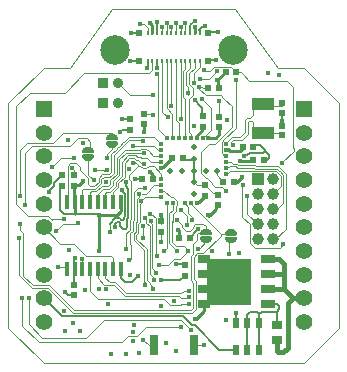
<source format=gbl>
G04*
G04 #@! TF.GenerationSoftware,Altium Limited,Altium NEXUS,2.0.14 (187)*
G04*
G04 Layer_Physical_Order=4*
G04 Layer_Color=16711680*
%FSLAX25Y25*%
%MOIN*%
G70*
G01*
G75*
%ADD11C,0.00591*%
%ADD12C,0.00394*%
%ADD13C,0.00787*%
%ADD14C,0.00000*%
%ADD31R,0.02441X0.02441*%
%ADD32R,0.02441X0.02441*%
%ADD34R,0.02165X0.02165*%
%ADD47O,0.04429X0.00886*%
%ADD48O,0.04378X0.00984*%
%ADD49O,0.04476X0.00787*%
%ADD50O,0.04323X0.01083*%
%ADD51O,0.04260X0.01181*%
%ADD52O,0.02992X0.01968*%
%ADD53O,0.04185X0.01280*%
%ADD54O,0.04095X0.01378*%
%ADD55O,0.03988X0.01476*%
%ADD56O,0.03862X0.01575*%
%ADD57O,0.03713X0.01673*%
%ADD58O,0.03532X0.01772*%
%ADD59O,0.03406X0.01831*%
%ADD60O,0.03307X0.01870*%
%ADD61O,0.03150X0.01929*%
%ADD62O,0.02480X0.02047*%
%ADD63O,0.02795X0.02008*%
%ADD64C,0.02067*%
%ADD79C,0.00492*%
%ADD80C,0.01000*%
%ADD82C,0.01968*%
%ADD83C,0.03937*%
%ADD84R,0.03937X0.03937*%
%ADD85R,0.03543X0.03543*%
%ADD86C,0.03543*%
%ADD87R,0.05512X0.05512*%
%ADD88C,0.05512*%
%ADD89C,0.09843*%
%ADD90C,0.01575*%
%ADD91C,0.01575*%
%ADD103R,0.04016X0.02598*%
%ADD104R,0.05000X0.02598*%
%ADD105R,0.02047X0.02047*%
%ADD106R,0.07480X0.04331*%
%ADD107R,0.01968X0.01850*%
%ADD108R,0.00945X0.01772*%
%ADD109R,0.02362X0.03740*%
%ADD110R,0.03740X0.03150*%
%ADD111R,0.03150X0.06693*%
G04:AMPARAMS|DCode=112|XSize=15.75mil|YSize=47.24mil|CornerRadius=1.97mil|HoleSize=0mil|Usage=FLASHONLY|Rotation=180.000|XOffset=0mil|YOffset=0mil|HoleType=Round|Shape=RoundedRectangle|*
%AMROUNDEDRECTD112*
21,1,0.01575,0.04331,0,0,180.0*
21,1,0.01181,0.04724,0,0,180.0*
1,1,0.00394,-0.00591,0.02165*
1,1,0.00394,0.00591,0.02165*
1,1,0.00394,0.00591,-0.02165*
1,1,0.00394,-0.00591,-0.02165*
%
%ADD112ROUNDEDRECTD112*%
%ADD113R,0.15000X0.15394*%
D11*
X91338Y67323D02*
Y71653D01*
X91339Y71653D01*
X91338Y67323D02*
X91339Y67323D01*
X40039Y36474D02*
Y46338D01*
X37894Y45643D02*
X38976Y44560D01*
Y37082D02*
Y44560D01*
X38551Y36656D02*
X38976Y37082D01*
X39212Y47165D02*
X40039Y46338D01*
X39732Y36167D02*
X40039Y36474D01*
X39732Y33630D02*
Y36167D01*
X38551Y36346D02*
Y36656D01*
X38268Y36063D02*
X38551Y36346D01*
X37655Y36063D02*
X38268D01*
X37280Y36437D02*
X37655Y36063D01*
X35672Y36437D02*
X37280D01*
X22047Y14370D02*
Y23124D01*
X33861Y34626D02*
X35672Y36437D01*
X39212Y48425D02*
X39566Y48779D01*
X39212Y47165D02*
Y48425D01*
X39075Y32972D02*
X39732Y33630D01*
X37244Y33917D02*
Y34803D01*
Y33917D02*
X38189Y32972D01*
X39075D01*
X36161Y35256D02*
X36791D01*
X37244Y34803D01*
X35531Y34626D02*
X36161Y35256D01*
X35531Y33444D02*
Y34626D01*
X40668Y88893D02*
X43381D01*
X66732Y98189D02*
X66969Y98425D01*
X69882D01*
X22047Y23124D02*
X22163Y23240D01*
D12*
X74101Y55315D02*
X74889Y54528D01*
X76634Y54094D02*
X82318D01*
X73756Y52077D02*
X89269D01*
X73862Y53740D02*
X75875D01*
X76307Y53307D02*
X81992D01*
X72961Y51282D02*
X73756Y52077D01*
X72641Y51282D02*
X72961D01*
X73694Y53572D02*
X73862Y53740D01*
X72864Y53572D02*
X73694D01*
X72638Y53347D02*
X72864Y53572D01*
X75875Y53740D02*
X76307Y53307D01*
X76201Y54528D02*
X76634Y54094D01*
X74889Y54528D02*
X76201D01*
X81992Y53307D02*
X82336Y52963D01*
X82318Y54094D02*
X82564Y53848D01*
X87427D01*
X82336Y52963D02*
X89636D01*
X72638Y55315D02*
X74101D01*
X89636Y52963D02*
X90367Y52232D01*
X89269Y52077D02*
X90551Y50795D01*
X90072Y53865D02*
X92569Y51368D01*
X90453Y52232D02*
X91683Y51002D01*
X90367Y52232D02*
X90453D01*
X90551Y50832D02*
X90797Y50586D01*
X90551Y50795D02*
Y50832D01*
X89016Y29469D02*
X92569Y33022D01*
X89646Y39469D02*
X91683Y41505D01*
Y51002D01*
X88189Y29469D02*
X89016D01*
X88189Y44469D02*
X90797Y47077D01*
Y50586D01*
X88189Y39469D02*
X89646D01*
X87427Y53848D02*
X87443Y53865D01*
X90072D01*
X92569Y33022D02*
Y51368D01*
D13*
X78541Y57282D02*
X78740Y57480D01*
X59040Y55899D02*
X61811D01*
X81693Y61024D02*
X83760D01*
X66732Y89075D02*
X69095D01*
X62992Y32564D02*
Y33071D01*
X46457Y87402D02*
Y89035D01*
X43386Y98130D02*
X43504Y98248D01*
X13287Y45276D02*
X15354Y47343D01*
X61811Y52362D02*
Y55899D01*
Y48622D02*
Y52362D01*
X58213Y56726D02*
X59040Y55899D01*
X40314Y53031D02*
X40314D01*
X37894Y45944D02*
Y45965D01*
Y45643D02*
Y45944D01*
X78740Y57480D02*
X79713D01*
X17094Y46523D02*
X17913Y47343D01*
X17094Y39303D02*
Y46523D01*
Y39303D02*
X18504Y37894D01*
X13287Y45276D02*
X13581D01*
X15354Y47343D02*
Y48338D01*
X17902Y50886D01*
X17913D01*
X22244Y37894D02*
X29941D01*
X18504D02*
X22244D01*
X29941D02*
X30118Y37716D01*
X57284Y15748D02*
X58760Y17224D01*
X50984Y15748D02*
X57284D01*
X58260Y21268D02*
X58760Y20768D01*
X55937Y21268D02*
X58260D01*
X11811Y9843D02*
X17795Y3858D01*
X19295Y3839D02*
X19315Y3858D01*
X17909Y3839D02*
X19295D01*
X17890Y3858D02*
X17909Y3839D01*
X17795Y3858D02*
X17890D01*
X19882Y10827D02*
X22047D01*
X18779Y11929D02*
X19882Y10827D01*
X60433Y30005D02*
X62992Y32564D01*
X85630Y59051D02*
X87008Y57673D01*
Y56693D02*
Y57673D01*
X86221Y55905D02*
X87008Y56693D01*
X85532Y55905D02*
X86221D01*
X79713Y57480D02*
X80501Y58268D01*
X84847D01*
X85630Y59051D01*
X37500Y16713D02*
X39055Y15157D01*
X83465Y-7382D02*
Y1476D01*
X79724Y-7382D02*
Y1476D01*
X86693Y7894D02*
X89705D01*
X90295Y7303D01*
Y6122D02*
Y7303D01*
X89488Y5315D02*
X90295Y6122D01*
X83661Y4567D02*
X84409Y5315D01*
X83465Y4567D02*
X83661D01*
X82874Y5158D02*
X83465Y4567D01*
X80630Y5158D02*
X82874D01*
X79724Y4252D02*
X80630Y5158D01*
X83465Y1476D02*
Y4567D01*
X79724Y1476D02*
Y4252D01*
X44371Y49724D02*
X44587Y49508D01*
X85630Y59051D02*
Y59153D01*
X83760Y61024D02*
X85630Y59153D01*
X40846Y98130D02*
X43386D01*
X41299Y15157D02*
X43347Y17205D01*
X39055Y15157D02*
X41299D01*
X75984Y1476D02*
Y5039D01*
X49606Y86648D02*
Y88779D01*
Y86648D02*
X49625Y86629D01*
X64980Y100508D02*
X65472D01*
X66000D01*
X49606Y98287D02*
Y99405D01*
X49508Y99504D02*
X49606Y99405D01*
X49508Y99504D02*
Y100890D01*
X49606Y100988D01*
Y101870D01*
X63779Y98287D02*
Y99213D01*
X63732Y99260D02*
X63779Y99213D01*
X63732Y99260D02*
X64980Y100508D01*
X60630Y98287D02*
Y99307D01*
X60532Y99405D02*
X60630Y99307D01*
X60532Y99405D02*
Y100792D01*
X62102Y102362D01*
X62204D01*
X89370Y5315D02*
X89646Y5039D01*
Y984D02*
Y5039D01*
X84409Y5315D02*
X89370D01*
X89488D01*
X62224Y75764D02*
Y75999D01*
Y75764D02*
X63972Y74016D01*
X64665Y71358D02*
X64961Y71063D01*
X63972Y74016D02*
X63976D01*
X64665Y73327D01*
Y71358D02*
Y73327D01*
X42243Y49724D02*
X44371D01*
X37500Y16713D02*
Y19587D01*
X60433Y29921D02*
Y30005D01*
X37795Y65945D02*
X40551D01*
X37205Y65354D02*
X37795Y65945D01*
X37992Y69488D02*
X40551D01*
X37795Y69685D02*
X37992Y69488D01*
X19315Y3858D02*
X58245D01*
X61218Y886D01*
X62106D01*
X70374Y-7382D01*
X75984D01*
D14*
X34589Y106299D02*
X75500D01*
X89854Y86614D01*
X98425Y86614D01*
X110236Y74803D01*
Y0D02*
Y74803D01*
X98425Y-11811D02*
X110236Y0D01*
X11811Y-11811D02*
X98425Y-11811D01*
X0Y0D02*
X11811Y-11811D01*
X0Y0D02*
Y74803D01*
X11811Y86614D01*
X20529D01*
X34589Y106299D01*
D31*
X21949Y47244D02*
D03*
Y50787D02*
D03*
X58760Y17224D02*
D03*
Y20768D02*
D03*
X65650Y47441D02*
D03*
Y43898D02*
D03*
X45197Y71339D02*
D03*
Y67795D02*
D03*
X69951Y44390D02*
D03*
Y40846D02*
D03*
X50984Y31890D02*
D03*
Y35433D02*
D03*
X70374Y70374D02*
D03*
Y66831D02*
D03*
X64764Y70571D02*
D03*
Y67028D02*
D03*
X17913Y50886D02*
D03*
Y47343D02*
D03*
X22047Y14370D02*
D03*
Y10827D02*
D03*
X40551Y65945D02*
D03*
Y69488D02*
D03*
D32*
X81693Y60236D02*
D03*
X78150D02*
D03*
X85236Y55905D02*
D03*
X81693D02*
D03*
X44587Y49508D02*
D03*
X48130D02*
D03*
X71653Y48720D02*
D03*
X75197D02*
D03*
X58213Y56726D02*
D03*
X54669D02*
D03*
X56890Y29921D02*
D03*
X60433D02*
D03*
D34*
X66693Y79803D02*
D03*
X70236D02*
D03*
X75984Y85236D02*
D03*
X72441D02*
D03*
D47*
X26496Y57234D02*
D03*
Y58711D02*
D03*
X74114Y29774D02*
D03*
Y31250D02*
D03*
X34606Y61565D02*
D03*
Y63041D02*
D03*
X65945Y29872D02*
D03*
Y31348D02*
D03*
D48*
X26496Y57185D02*
D03*
Y58760D02*
D03*
X74114Y29724D02*
D03*
Y31299D02*
D03*
X34606Y61516D02*
D03*
Y63091D02*
D03*
X65945Y29823D02*
D03*
Y31398D02*
D03*
D49*
X26496Y57284D02*
D03*
Y58661D02*
D03*
X74114Y29823D02*
D03*
Y31201D02*
D03*
X34606Y61614D02*
D03*
Y62992D02*
D03*
X65945Y29921D02*
D03*
Y31299D02*
D03*
D50*
X26496Y57136D02*
D03*
Y58809D02*
D03*
X74114Y29675D02*
D03*
Y31348D02*
D03*
X34606Y61466D02*
D03*
Y63140D02*
D03*
X65945Y29774D02*
D03*
Y31447D02*
D03*
D51*
X26496Y57087D02*
D03*
Y58858D02*
D03*
X74114Y29626D02*
D03*
Y31398D02*
D03*
X34606Y61417D02*
D03*
Y63189D02*
D03*
X65945Y29724D02*
D03*
Y31496D02*
D03*
D52*
X26496Y56693D02*
D03*
Y59252D02*
D03*
X74114Y29232D02*
D03*
Y31791D02*
D03*
X34606Y61024D02*
D03*
Y63583D02*
D03*
X65945Y29331D02*
D03*
Y31890D02*
D03*
D53*
X26496Y57037D02*
D03*
Y58908D02*
D03*
X74114Y29577D02*
D03*
Y31447D02*
D03*
X34606Y61368D02*
D03*
Y63238D02*
D03*
X65945Y29675D02*
D03*
Y31545D02*
D03*
D54*
X26496Y56988D02*
D03*
Y58957D02*
D03*
X74114Y29528D02*
D03*
Y31496D02*
D03*
X34606Y61319D02*
D03*
Y63287D02*
D03*
X65945Y29626D02*
D03*
Y31594D02*
D03*
D55*
X26496Y56939D02*
D03*
Y59006D02*
D03*
X74114Y29478D02*
D03*
Y31545D02*
D03*
X34606Y61270D02*
D03*
Y63337D02*
D03*
X65945Y29577D02*
D03*
Y31644D02*
D03*
D56*
X26496Y56890D02*
D03*
Y59055D02*
D03*
X74114Y29429D02*
D03*
Y31594D02*
D03*
X34606Y61221D02*
D03*
Y63386D02*
D03*
X65945Y29528D02*
D03*
Y31693D02*
D03*
D57*
X26496Y56841D02*
D03*
Y59104D02*
D03*
X74114Y29380D02*
D03*
Y31644D02*
D03*
X34606Y61171D02*
D03*
Y63435D02*
D03*
X65945Y29478D02*
D03*
Y31742D02*
D03*
D58*
X26496Y56791D02*
D03*
Y59153D02*
D03*
X74114Y29331D02*
D03*
Y31693D02*
D03*
X34606Y61122D02*
D03*
Y63484D02*
D03*
X65945Y29429D02*
D03*
Y31791D02*
D03*
D59*
X26496Y56762D02*
D03*
Y59183D02*
D03*
X74114Y29301D02*
D03*
Y31722D02*
D03*
X34606Y61093D02*
D03*
Y63514D02*
D03*
X65945Y29400D02*
D03*
Y31821D02*
D03*
D60*
X26496Y56742D02*
D03*
Y59203D02*
D03*
X74114Y29281D02*
D03*
Y31742D02*
D03*
X34606Y61073D02*
D03*
Y63534D02*
D03*
X65945Y29380D02*
D03*
Y31841D02*
D03*
D61*
X26496Y56713D02*
D03*
Y59232D02*
D03*
X74114Y29252D02*
D03*
Y31772D02*
D03*
X34606Y61043D02*
D03*
Y63563D02*
D03*
X65945Y29350D02*
D03*
Y31870D02*
D03*
D62*
X26496Y56653D02*
D03*
Y59291D02*
D03*
X74114Y29193D02*
D03*
Y31831D02*
D03*
X34606Y60984D02*
D03*
Y63622D02*
D03*
X65945Y29291D02*
D03*
Y31929D02*
D03*
D63*
X26496Y56673D02*
D03*
Y59272D02*
D03*
X74114Y29213D02*
D03*
Y31811D02*
D03*
X34606Y61004D02*
D03*
Y63602D02*
D03*
X65945Y29311D02*
D03*
Y31909D02*
D03*
D64*
X26496Y56644D02*
D03*
Y59301D02*
D03*
X74114Y29183D02*
D03*
Y31841D02*
D03*
X34606Y60974D02*
D03*
Y63632D02*
D03*
X65945Y29281D02*
D03*
Y31939D02*
D03*
D79*
Y28804D02*
Y29281D01*
X63432Y26291D02*
X65945Y28804D01*
X27500Y59961D02*
X27795Y59665D01*
X27451Y60010D02*
X27500Y59961D01*
X27402Y60059D02*
X27451Y60010D01*
X70817Y31348D02*
X74114D01*
X64952Y24803D02*
X70817Y30668D01*
X62973Y24803D02*
X64952D01*
X61811Y23641D02*
X62973Y24803D01*
X85236Y64961D02*
X91339D01*
X85039Y64764D02*
X85236Y64961D01*
X81600Y66486D02*
X83322Y64764D01*
X85039D01*
X81600Y66486D02*
Y68609D01*
X81311Y68898D02*
X81600Y68609D01*
X80315Y68898D02*
X81311D01*
X79921Y68504D02*
X80315Y68898D01*
X79921Y64567D02*
Y68504D01*
X77953Y62598D02*
X79921Y64567D01*
X74803Y62598D02*
X77953D01*
X74216Y62011D02*
X74803Y62598D01*
X74216Y61811D02*
Y62011D01*
Y61811D02*
X74803Y61224D01*
Y61024D02*
Y61224D01*
X81642Y72587D02*
Y72687D01*
X83561Y74606D01*
X85039D01*
X81545Y72490D02*
X81642Y72587D01*
X81545Y70963D02*
Y72490D01*
X80464Y69882D02*
X81545Y70963D01*
X79724Y69882D02*
X80464D01*
X78937Y69095D02*
X79724Y69882D01*
X78937Y65158D02*
Y69095D01*
X77264Y63484D02*
X78937Y65158D01*
X74436Y63484D02*
X77264D01*
X73330Y62378D02*
X74436Y63484D01*
X73330Y62103D02*
Y62378D01*
X72684Y61456D02*
X73330Y62103D01*
X72543Y61315D02*
X72684Y61456D01*
X85328Y74016D02*
Y74318D01*
X85039Y74606D02*
X85328Y74318D01*
Y74016D02*
X91339D01*
X71116Y60724D02*
Y61906D01*
X71952Y62743D01*
X72003D01*
X75984Y66724D01*
X68836Y61319D02*
X74410Y66892D01*
X71161Y58169D02*
Y60678D01*
X71116Y60724D02*
X71161Y60678D01*
Y58169D02*
X72047Y57284D01*
X72638D01*
X47401Y38267D02*
X47647Y38021D01*
X43631Y43503D02*
Y44694D01*
X42872Y42744D02*
X43631Y43503D01*
X42872Y41758D02*
Y42744D01*
X42863Y41750D02*
X42872Y41758D01*
X44299Y42152D02*
Y42292D01*
Y42152D02*
Y42300D01*
X45346Y43347D01*
X44299Y42300D02*
X44517Y42518D01*
X69634Y50740D02*
Y52362D01*
Y50740D02*
X71653Y48720D01*
X65650Y47441D02*
X68281Y44810D01*
X69532D01*
X69951Y44390D01*
X70177Y44616D01*
X62008Y48425D02*
X62992Y47441D01*
X61811Y48425D02*
X62008D01*
X62992Y47441D02*
X65650D01*
X64124Y51689D02*
X65773Y50041D01*
X66395D01*
X68044Y48392D01*
Y47769D02*
Y48392D01*
Y47769D02*
X68953Y46860D01*
X21139Y53400D02*
X22047Y52491D01*
X68953Y46860D02*
X71250D01*
X64124Y58514D02*
X66929Y61319D01*
X64124Y51689D02*
Y58514D01*
X47401Y37874D02*
Y38267D01*
X42863Y35471D02*
Y41750D01*
X41890Y35750D02*
Y45157D01*
X41004Y36117D02*
Y48806D01*
X54921Y39291D02*
Y41535D01*
X52845Y41427D02*
X52953Y41535D01*
X48524Y63681D02*
X50984Y61221D01*
X50934Y55315D02*
X50984D01*
X45088Y58336D02*
X45235Y58188D01*
X44496Y56575D02*
X46299D01*
X44009Y57062D02*
X44496Y56575D01*
X42764Y57062D02*
X44009D01*
X44605Y54606D02*
X45393D01*
X46025Y53080D02*
X46832Y53888D01*
X44761Y53080D02*
X46025D01*
X43953Y53888D02*
X44761Y53080D01*
X43573Y53888D02*
X43953D01*
X41417Y55000D02*
X42224D01*
X40344Y56525D02*
X42048D01*
X39977Y57411D02*
X42415D01*
X42652Y58336D02*
X42743D01*
X42633Y58317D02*
X42652Y58336D01*
X40635Y58317D02*
X42633D01*
X40616Y58336D02*
X40635Y58317D01*
X39156Y58336D02*
X40616D01*
X42285Y59222D02*
X43769D01*
X42266Y59203D02*
X42285Y59222D01*
X41002Y59203D02*
X42266D01*
X40983Y59222D02*
X41002Y59203D01*
X38789Y59222D02*
X40983D01*
X41634Y60728D02*
X41831Y60532D01*
X40337Y62549D02*
X44459D01*
X43158Y56053D02*
X44605Y54606D01*
X42520Y56053D02*
X43158D01*
X42048Y56525D02*
X42520Y56053D01*
X71250Y46860D02*
X72638Y45472D01*
X78041Y36946D02*
Y47923D01*
X79567Y44016D02*
X79724Y43858D01*
X64764Y63189D02*
Y63239D01*
X56890Y63189D02*
Y68118D01*
X50039Y59252D02*
X50984D01*
X49911Y66230D02*
X52953Y63189D01*
X38789Y50210D02*
Y54970D01*
X37903Y52766D02*
Y55337D01*
Y52766D02*
X37903Y52766D01*
Y50577D02*
Y52766D01*
X35835Y48510D02*
X37903Y50577D01*
X37017Y52399D02*
Y56197D01*
Y52399D02*
X37017Y52399D01*
Y50944D02*
Y52399D01*
X34950Y48877D02*
X37017Y50944D01*
X36131Y51311D02*
Y56564D01*
X34064Y49244D02*
X36131Y51311D01*
X35245Y51678D02*
Y57457D01*
X34143Y50575D02*
X35245Y51678D01*
X34359Y52045D02*
Y57824D01*
X33466Y51151D02*
X34359Y52045D01*
X49911Y66230D02*
Y84045D01*
X75984Y66724D02*
Y82677D01*
X74410Y66892D02*
Y73819D01*
X60827Y41150D02*
Y41535D01*
X61338Y35741D02*
Y36904D01*
X59948Y38294D02*
X61338Y36904D01*
X59948Y38294D02*
Y40396D01*
X58858Y41486D02*
X59948Y40396D01*
X59665Y34166D02*
Y37185D01*
X57480Y39370D02*
X59665Y37185D01*
X56298Y35984D02*
X57952Y34330D01*
X62359Y34596D02*
X65010D01*
X61466Y33702D02*
X62359Y34596D01*
X38789Y54970D02*
X40344Y56525D01*
X37903Y55337D02*
X39977Y57411D01*
X43769Y59222D02*
X44193Y59646D01*
X60285Y65207D02*
Y76218D01*
X48425Y53888D02*
X50974Y51339D01*
X46832Y53888D02*
X48425D01*
X42415Y57411D02*
X42764Y57062D01*
X43011Y58068D02*
X43762D01*
X42743Y58336D02*
X43011Y58068D01*
X37017Y56197D02*
X39156Y58336D01*
X36131Y56564D02*
X38789Y59222D01*
X40216Y63681D02*
X48524D01*
X54724Y63386D02*
X54921Y63189D01*
X59006Y63337D02*
Y76140D01*
X54905Y38023D02*
X55807Y38924D01*
X54905Y36748D02*
Y38023D01*
X54773Y36616D02*
X54905Y36748D01*
X54773Y35352D02*
Y36616D01*
X57952Y33721D02*
X59390Y32283D01*
X50984Y49409D02*
Y51339D01*
X61466Y33119D02*
Y33702D01*
X60630Y32283D02*
X61466Y33119D01*
X63349Y31459D02*
X64530D01*
X62992Y31102D02*
X63349Y31459D01*
X62992Y29134D02*
Y31102D01*
X60827Y63189D02*
Y64665D01*
X58858Y41486D02*
Y41535D01*
Y63189D02*
X59006Y63337D01*
X50984Y45472D02*
X52068D01*
X45512Y43504D02*
X50984D01*
X43229Y46496D02*
X45551D01*
X41890Y45157D02*
X43229Y46496D01*
X48425Y47441D02*
X50984D01*
X44764Y33961D02*
X44850Y34047D01*
X40667Y35780D02*
X41004Y36117D01*
X43749Y35104D02*
Y41383D01*
X41553Y35413D02*
X41890Y35750D01*
X40667Y32725D02*
Y35780D01*
X53730Y38100D02*
X54921Y39291D01*
X53730Y28159D02*
Y38100D01*
X67520Y65945D02*
Y73228D01*
X66191Y64616D02*
X67520Y65945D01*
X66141Y64616D02*
X66191D01*
X64764Y63239D02*
X66141Y64616D01*
X57480Y69685D02*
X57480Y69685D01*
X55905Y69102D02*
Y76735D01*
Y69102D02*
X56890Y68118D01*
X54724Y63386D02*
Y71210D01*
X51181Y72047D02*
X53150Y70079D01*
X57480Y69685D02*
Y70590D01*
X57480Y70590D01*
Y78365D01*
X52756Y73178D02*
X54724Y71210D01*
X45862Y292D02*
X57582D01*
X27676Y56653D02*
Y57381D01*
X26732Y55710D02*
X27676Y56653D01*
X64567Y76181D02*
X67520Y73228D01*
X44764Y33961D02*
X44882Y33843D01*
X55905Y76735D02*
Y89035D01*
X48031Y85827D02*
Y89035D01*
X52756Y73178D02*
Y89035D01*
X63779Y87008D02*
Y89035D01*
X62205Y86713D02*
Y89035D01*
X41367Y60600D02*
X41732D01*
X59055Y86292D02*
Y89035D01*
X47047Y35520D02*
X48071Y34496D01*
X54331Y74016D02*
Y89035D01*
X60630Y86614D02*
Y89035D01*
X59744Y77953D02*
Y80384D01*
Y77953D02*
X59960Y77737D01*
X65748Y32283D02*
X66142Y31890D01*
X65748Y77461D02*
X70760D01*
X71703Y76518D01*
X70374Y70374D02*
Y75295D01*
X71711Y76518D02*
X74410Y73819D01*
X71703Y76518D02*
X71711D01*
X91338Y55217D02*
X95079Y58957D01*
X91338Y55059D02*
Y55217D01*
X78150Y84547D02*
X80364Y82333D01*
X92864D01*
X94961Y80236D01*
X95079Y58957D02*
Y59894D01*
X94961Y66556D02*
Y80236D01*
Y66556D02*
X95029Y66487D01*
X78041Y47923D02*
X78051Y47933D01*
X78150Y47835D01*
Y47539D02*
Y47835D01*
X25303Y84752D02*
X46957D01*
X20645Y54925D02*
X22289D01*
X19752Y54031D02*
X20645Y54925D01*
X19752Y52768D02*
Y54031D01*
Y52768D02*
X19984Y52535D01*
Y42425D02*
Y52535D01*
X19587Y42028D02*
X19984Y42425D01*
X60925Y15784D02*
Y24008D01*
Y15784D02*
X61643Y15066D01*
X60925Y24008D02*
X61564Y24647D01*
X61643Y6623D02*
Y15066D01*
X61811Y16151D02*
Y23641D01*
Y16151D02*
X62529Y15433D01*
Y6230D02*
Y15433D01*
X61564Y24647D02*
Y25344D01*
X57399Y22793D02*
X60019Y25414D01*
X55305Y22793D02*
X57399D01*
X59842Y25591D02*
Y25984D01*
X66929Y61319D02*
X68836D01*
X24508Y19783D02*
X24705Y19587D01*
X24508Y19783D02*
Y23031D01*
X18898Y20276D02*
X19587Y19587D01*
X16732Y20276D02*
X18898D01*
X39901Y-2815D02*
X42755D01*
X37894Y-4823D02*
X39901Y-2815D01*
X4626Y689D02*
Y9843D01*
Y689D02*
X10138Y-4823D01*
X37894D01*
X6791Y1083D02*
Y9941D01*
Y1083D02*
X11220Y-3347D01*
X25787D01*
X13295Y13248D02*
X21651Y4892D01*
X13661Y14134D02*
X22018Y5778D01*
X7940Y13248D02*
X13295D01*
X8307Y14134D02*
X13661D01*
X18386Y65039D02*
X34370D01*
X14911Y61565D02*
X18386Y65039D01*
X6329Y61565D02*
X14911D01*
X58583Y12322D02*
X60117D01*
X57687Y11427D02*
X58583Y12322D01*
X61191Y4892D02*
X62529Y6230D01*
X61065Y6045D02*
X61643Y6623D01*
X40468Y88893D02*
X40668D01*
X61614Y27756D02*
X62992Y29134D01*
X61614Y25394D02*
Y27756D01*
X18898Y78347D02*
X25303Y84752D01*
X46957D02*
X48031Y85827D01*
X14566Y36220D02*
X18602D01*
X14409Y36063D02*
X14566Y36220D01*
X33809Y34574D02*
X33861Y34626D01*
X33809Y31826D02*
Y34574D01*
Y31826D02*
X33861Y31774D01*
X39370Y26378D02*
Y31419D01*
X40354Y22402D02*
X40934Y22982D01*
X51889Y25504D02*
X52845Y26460D01*
X50984Y28543D02*
Y31890D01*
X64530Y31459D02*
X64567Y31496D01*
X52845Y26460D02*
Y41427D01*
X59390Y32283D02*
X60630D01*
X57952Y33721D02*
Y34330D01*
X65010Y34596D02*
X65748Y33858D01*
X55807Y38924D02*
Y40403D01*
X54724Y28418D02*
Y35433D01*
X60827Y41150D02*
X66100Y35876D01*
X66289D02*
X70817Y31348D01*
X66100Y35876D02*
X66289D01*
X65748Y32283D02*
Y33858D01*
X78150Y84547D02*
Y84547D01*
X77461Y85236D02*
X78150Y84547D01*
X75984Y85236D02*
X77461D01*
X67042Y82987D02*
X69587Y85532D01*
X65487Y85728D02*
X67087D01*
X47992Y71339D02*
X48386Y70945D01*
X45197Y71339D02*
X47992D01*
X49508Y84449D02*
X49911Y84045D01*
X66673Y79823D02*
X66693Y79803D01*
X65059Y79823D02*
X66673D01*
X61968Y-5748D02*
X65236D01*
X61811Y-5906D02*
X61968Y-5748D01*
X52756Y98287D02*
X52775Y98306D01*
X95029Y64047D02*
X95071Y64006D01*
X50974Y51339D02*
X50984D01*
X47510Y55364D02*
X50885D01*
X46299Y56575D02*
X47510Y55364D01*
X45867Y59715D02*
X46761Y58820D01*
X50885Y55364D02*
X50934Y55315D01*
X33833Y50265D02*
X34010Y50442D01*
X38485Y62047D02*
X38583D01*
X60000Y10039D02*
X60117Y10157D01*
X57559Y10039D02*
X60000D01*
X57058Y10541D02*
X57559Y10039D01*
X35075Y14400D02*
X38934Y10541D01*
X39301Y11427D02*
X57687D01*
X11811Y33465D02*
X17284Y27992D01*
X21772D01*
X25827Y23937D01*
X34095D01*
X34941Y23091D01*
X45591Y14291D02*
Y15196D01*
X48346Y12952D02*
Y13220D01*
X48425Y16024D02*
Y16496D01*
X49212Y18346D02*
Y18662D01*
X45394Y15393D02*
X45591Y15196D01*
X46279Y15760D02*
X47116Y14923D01*
Y14451D02*
X48346Y13220D01*
X47116Y14451D02*
Y14923D01*
X41850Y31403D02*
X42439Y31991D01*
X39404Y31462D02*
X39409Y31457D01*
X31694Y52716D02*
X32165Y52244D01*
X35245Y57457D02*
X36597Y58809D01*
X34359Y57824D02*
X36230Y59695D01*
X27264Y45020D02*
X27657Y45413D01*
X32834Y56614D02*
Y57755D01*
X36597Y58809D02*
X36610D01*
X36336Y59793D02*
X36341D01*
X36237Y59695D02*
X36336Y59793D01*
X36230Y59695D02*
X36237D01*
X37177Y60629D02*
Y60636D01*
X36341Y59793D02*
X37177Y60629D01*
X34606Y59528D02*
Y60974D01*
X32834Y57755D02*
X34606Y59528D01*
Y63632D02*
Y64803D01*
Y63622D02*
Y63632D01*
X34370Y65039D02*
X34606Y64803D01*
X27676Y57381D02*
X27795Y57500D01*
X27402Y60059D02*
Y61890D01*
X8071Y60551D02*
X20512D01*
X23139Y63179D01*
X26113D01*
X27402Y61890D01*
X48346Y13220D02*
X48346Y13220D01*
X40934Y22982D02*
Y27600D01*
X40669Y27865D02*
Y28118D01*
Y27865D02*
X40934Y27600D01*
X2530Y41289D02*
Y73789D01*
Y41289D02*
X6466Y37352D01*
X5669Y58150D02*
X8071Y60551D01*
X5669Y40748D02*
Y58150D01*
X2530Y73789D02*
X7087Y78347D01*
X4055Y59291D02*
X6329Y61565D01*
X4055Y43740D02*
Y59291D01*
X53299Y20787D02*
X55305Y22793D01*
X48071Y19803D02*
X49212Y18662D01*
X47165Y17756D02*
X48425Y16496D01*
X47077Y46093D02*
X48425Y47441D01*
X45937Y44724D02*
X47077Y45864D01*
X44566Y44724D02*
X45937D01*
X47077Y45864D02*
Y46093D01*
X43749Y41383D02*
X44517Y42150D01*
X45511Y36692D02*
X46072Y36131D01*
X44882Y30315D02*
Y33843D01*
X46072Y35037D02*
X47165Y33944D01*
X46072Y35037D02*
Y36131D01*
X40699Y31504D02*
X41553Y32358D01*
X40699Y28148D02*
Y31504D01*
X42736Y31036D02*
X43325Y31624D01*
X40669Y28118D02*
X40699Y28148D01*
X47679Y38021D02*
X49123Y36577D01*
X47047Y35520D02*
X47195Y35669D01*
X44299Y42292D02*
X45512Y43504D01*
X80581Y28388D02*
Y34407D01*
X78041Y36946D02*
X80581Y34407D01*
X73661Y28730D02*
X74114Y29183D01*
X73661Y24567D02*
Y28730D01*
X52068Y45472D02*
X54085Y43455D01*
X55020D01*
X56029Y42446D01*
Y42446D02*
Y42446D01*
Y42446D02*
X56348Y42127D01*
Y40944D02*
Y42127D01*
X55807Y40403D02*
X56348Y40944D01*
X7087Y78347D02*
X18898D01*
X52756Y98287D02*
X52756Y98287D01*
X46866Y-5906D02*
X48425D01*
X44517Y42150D02*
Y42518D01*
X47647Y38021D02*
X47679D01*
X59007Y98335D02*
X59055Y98287D01*
X51181Y88779D02*
X51181Y88779D01*
X32382Y16713D02*
X33779Y15315D01*
X35412D01*
X29823Y16594D02*
X32018Y14400D01*
X35075D01*
X38934Y10541D02*
X57058D01*
X35412Y15315D02*
X39301Y11427D01*
X24705Y45965D02*
X25039Y46299D01*
X28946D01*
X31769Y50265D02*
X33833D01*
X31402Y51151D02*
X33466D01*
X28976Y52716D02*
X31694D01*
X27657Y45413D02*
X29390D01*
X26488Y48046D02*
X27320Y47214D01*
X26488Y48046D02*
Y48046D01*
X26543Y48102D01*
Y49892D01*
X25846Y50589D02*
X26543Y49892D01*
X26732Y50956D02*
Y55710D01*
X30127Y49876D02*
X31402Y51151D01*
X43631Y44694D02*
X43661Y44724D01*
X36721Y48143D02*
X38789Y50210D01*
X32382Y44744D02*
X33022Y45384D01*
X33904D01*
X29823Y44594D02*
X31499Y46270D01*
X33537D01*
X29390Y45413D02*
X31132Y47155D01*
X33170D01*
X28946Y46299D02*
X31013Y48365D01*
Y49509D01*
X31769Y50265D01*
X30127Y48732D02*
Y49876D01*
X28609Y47214D02*
X30127Y48732D01*
X27320Y47214D02*
X28609D01*
X26732Y50956D02*
X28463Y49226D01*
X22047Y51181D02*
Y52491D01*
X22293Y54921D02*
X22504D01*
X22289Y54925D02*
X22293Y54921D01*
X21139Y53400D02*
X21277D01*
X22923Y34537D02*
X23185Y34799D01*
X18199Y34537D02*
X22923D01*
X16060Y32399D02*
X18199Y34537D01*
X16060Y32394D02*
Y32399D01*
Y32497D01*
X44996Y-4035D02*
X46866Y-5906D01*
X38337Y61899D02*
X38485Y62047D01*
X38337Y61795D02*
Y61899D01*
X37177Y60636D02*
X38337Y61795D01*
X36610Y58809D02*
X39222Y61422D01*
Y61434D01*
X90452Y26673D02*
X91731Y27952D01*
X80581Y28388D02*
X82296Y26673D01*
X90452D01*
X79724Y37933D02*
X83189Y34468D01*
X49123Y24420D02*
X49685Y23858D01*
X41850Y29338D02*
Y31403D01*
X42736Y29705D02*
Y31036D01*
X41850Y29338D02*
X45394Y25795D01*
Y15393D02*
Y25795D01*
X42736Y29705D02*
X46279Y26161D01*
Y15760D02*
Y26161D01*
X47165Y17756D02*
Y33944D01*
X48071Y19803D02*
Y34496D01*
X49123Y24420D02*
Y36577D01*
X39370Y31419D02*
X39409Y31457D01*
X79724Y37933D02*
Y43858D01*
X3543Y17645D02*
X7940Y13248D01*
X3543Y17645D02*
Y29823D01*
X5069Y17372D02*
Y31644D01*
X4035Y32677D02*
Y34449D01*
Y32677D02*
X5069Y31644D01*
Y17372D02*
X8307Y14134D01*
X6466Y37352D02*
X13119D01*
X14409Y36063D01*
X51181Y72047D02*
Y88779D01*
X54331Y98287D02*
Y100098D01*
X43818Y101197D02*
X45260D01*
X46457Y100000D01*
Y98287D02*
Y100000D01*
X51181Y98287D02*
Y100197D01*
X55905Y98287D02*
Y101586D01*
X57480Y98287D02*
Y100098D01*
X52775Y98306D02*
Y101689D01*
X59007Y98335D02*
Y101634D01*
X29882Y9488D02*
X51752D01*
X27264Y12106D02*
X29882Y9488D01*
X61811Y81727D02*
Y85039D01*
X58366Y85603D02*
X59055Y86292D01*
X59350Y85335D02*
X60630Y86614D01*
X57480Y89035D02*
X57480Y89035D01*
Y88976D02*
Y89035D01*
X58366Y83694D02*
Y85603D01*
Y83694D02*
X58366Y83694D01*
X54331Y74016D02*
X54331Y74016D01*
X59960Y77737D02*
X60039Y77658D01*
X60285Y65207D02*
X60827Y64665D01*
X51752Y9488D02*
X53798Y7442D01*
X57344D01*
X57776Y7874D01*
X60038D01*
X61065Y6019D02*
Y6045D01*
X46761Y58800D02*
Y58820D01*
Y58800D02*
X48278Y57284D01*
X50984D01*
X22504Y54921D02*
X23657Y53768D01*
X25838Y50589D02*
X25846D01*
X23650Y53761D02*
X23657Y53768D01*
X23908Y52520D02*
X25838Y50589D01*
X23908Y52520D02*
Y53504D01*
X23650Y53761D02*
X23908Y53504D01*
X17490Y56614D02*
X22000D01*
X14419Y53543D02*
X17490Y56614D01*
X60824Y5778D02*
X61065Y6019D01*
X43356Y53888D02*
X43573D01*
X40315Y50846D02*
X43356Y53888D01*
X59350Y80777D02*
X59744Y80384D01*
X59350Y80777D02*
Y85335D01*
X58366Y80902D02*
Y83694D01*
X60236Y81144D02*
X61486Y79895D01*
X60236Y81144D02*
Y84744D01*
X61811Y81727D02*
X61830Y81708D01*
X58366Y80902D02*
X58366Y80902D01*
X55905Y76735D02*
X55905Y76735D01*
X57480Y78365D02*
X57480Y78365D01*
X57480Y78365D02*
Y80536D01*
X57480Y80536D01*
Y88976D01*
X58366Y76780D02*
X59006Y76140D01*
X58366Y76780D02*
Y78732D01*
X58366Y78732D02*
X58366Y78732D01*
X58366Y78732D02*
Y80902D01*
X59960Y77737D02*
Y78164D01*
X60285Y76218D02*
X61486Y77418D01*
Y79895D01*
X64552Y80330D02*
X65059Y79823D01*
X40650Y77559D02*
X48130D01*
X36614Y81595D02*
X40650Y77559D01*
X63765Y80330D02*
X64552D01*
X63700Y79508D02*
Y80330D01*
Y79508D02*
X65748Y77461D01*
X39404Y31462D02*
X40667Y32725D01*
X41553Y32358D02*
Y35413D01*
X42439Y31991D02*
Y35046D01*
X43325Y31624D02*
Y34679D01*
X33170Y47155D02*
X34064Y48049D01*
Y49244D01*
X33537Y46270D02*
X34950Y47682D01*
Y48877D01*
X33904Y45384D02*
X35835Y47315D01*
Y48510D01*
X34941Y45168D02*
X36721Y46948D01*
Y48143D01*
X40315Y49495D02*
X41004Y48806D01*
X40315Y49495D02*
Y50846D01*
X42439Y35046D02*
X42863Y35471D01*
X43325Y34679D02*
X43749Y35104D01*
X47195Y35669D02*
X47598D01*
X50117Y20787D02*
X53299D01*
X70817Y30668D02*
Y31348D01*
X61564Y25344D02*
X61614Y25394D01*
X95029Y64047D02*
Y66487D01*
X95071Y59902D02*
Y64006D01*
Y59902D02*
X95079Y59894D01*
X29823Y16594D02*
Y19587D01*
X27264Y12106D02*
Y19587D01*
X32382Y16713D02*
Y19587D01*
X63405Y26291D02*
X63432D01*
X53730Y28159D02*
X56180Y25709D01*
Y25511D02*
Y25709D01*
X54724Y28418D02*
X55977Y27165D01*
X58661D01*
X59842Y25984D01*
X38583Y62047D02*
X40216Y63681D01*
X44030Y58336D02*
X45088D01*
X43762Y58068D02*
X44030Y58336D01*
X44193Y59715D02*
X45867D01*
X42224Y55000D02*
X42342Y55118D01*
X43573Y53888D01*
X43757Y60532D02*
X43826Y60600D01*
X46234D01*
X46303Y60532D01*
X48671D01*
X48711Y60581D02*
X48716Y60576D01*
X50039Y59252D01*
X44459Y62549D02*
X44882Y62126D01*
X39222Y61434D02*
X40337Y62549D01*
X41831Y60532D02*
X43757D01*
X48671D02*
X48716Y60576D01*
X48720Y60581D01*
X24705Y42028D02*
Y45965D01*
X29823Y42028D02*
Y44594D01*
X34941Y42028D02*
Y45168D01*
X27264Y42028D02*
Y45020D01*
X34941Y19587D02*
Y23091D01*
X32382Y42028D02*
Y44744D01*
X60038Y7874D02*
X60117Y7795D01*
X22018Y5778D02*
X60824D01*
X21651Y4892D02*
X61191D01*
X25787Y-3347D02*
X31791Y2657D01*
X57579D01*
X61024Y-787D01*
X42755Y-2815D02*
X45862Y292D01*
X57480Y394D02*
X57582Y292D01*
X43381Y88893D02*
X43504Y89016D01*
X60236Y84744D02*
X62205Y86713D01*
X61811Y85039D02*
X63779Y87008D01*
X63799Y82987D02*
X67042D01*
X65275Y85940D02*
X65487Y85728D01*
X69587Y85532D02*
X69685D01*
X74262Y86959D02*
X75984Y85236D01*
X71611Y86959D02*
X74262D01*
X71513Y87057D02*
X71611Y86959D01*
X67087Y85728D02*
X68415Y87057D01*
X71513D01*
D80*
X69685Y82677D02*
X69795Y82787D01*
X69992D01*
X72441Y85236D01*
X69685Y82677D02*
X69795Y82567D01*
Y80225D02*
Y82567D01*
Y80225D02*
X69803Y80216D01*
X72638Y59252D02*
X72925Y59539D01*
X70374Y64468D02*
Y66831D01*
X69095Y63189D02*
X70374Y64468D01*
X66732Y63189D02*
X69095D01*
X66963Y37170D02*
Y37424D01*
X67089Y37549D01*
X67342D01*
X69231Y39438D01*
Y40126D01*
X69951Y40846D01*
X66732Y37402D02*
X66963Y37170D01*
X62992Y41732D02*
X63102Y41842D01*
X63594D02*
X65650Y43898D01*
X63102Y41842D02*
X63594D01*
X50984Y53347D02*
X51094Y53456D01*
X51503D01*
X52665Y54619D01*
Y54721D01*
X54669Y56726D01*
X47126Y51968D02*
X48130Y50965D01*
X76279Y48720D02*
X77756Y50197D01*
X77165Y55512D02*
X77165Y55512D01*
X77165Y58858D02*
X78150Y59842D01*
X74015Y58858D02*
X77165D01*
X73334Y59539D02*
X74015Y58858D01*
X62795Y63189D02*
Y63976D01*
X56693Y32677D02*
X56890Y32480D01*
X64616Y67028D02*
X64715Y66929D01*
X51062Y35039D02*
Y37637D01*
X23583Y47638D02*
X24875Y48930D01*
X22047Y42126D02*
Y47638D01*
X77165Y55512D02*
X80610D01*
X22146Y37992D02*
X22244Y37894D01*
X22146Y37992D02*
Y42028D01*
X78150Y60236D02*
Y61024D01*
Y59842D02*
Y60236D01*
X72925Y59539D02*
X73334D01*
X30118Y25669D02*
Y37716D01*
X36260D01*
X48130Y49508D02*
Y50965D01*
X45197Y67795D02*
X45276Y67716D01*
X36260Y37716D02*
X37500Y38957D01*
X22047Y47638D02*
X23583D01*
X50984Y34961D02*
X50984Y34961D01*
X75197Y48720D02*
X76279D01*
X50984Y34961D02*
X51062Y35039D01*
X24821Y48930D02*
X24875D01*
X62205Y98287D02*
Y100098D01*
X47243Y101574D02*
X48031Y100786D01*
Y98287D02*
Y100786D01*
X65177Y5531D02*
Y7894D01*
X62795Y63976D02*
X64715Y65896D01*
Y66929D01*
X37500Y38957D02*
Y42028D01*
X56890Y29921D02*
Y32480D01*
X45276Y65236D02*
Y67716D01*
X22047Y42126D02*
X22146Y42028D01*
X62500Y2854D02*
X65177Y5531D01*
X62106Y2854D02*
X62500D01*
D82*
X61811Y60185D02*
D03*
Y56299D02*
D03*
Y44539D02*
D03*
Y48425D02*
D03*
X69634Y52362D02*
D03*
X65748D02*
D03*
X61811D02*
D03*
X57874D02*
D03*
X53988D02*
D03*
D83*
X88189Y49468D02*
D03*
X83189Y44469D02*
D03*
Y39469D02*
D03*
X88189Y44469D02*
D03*
Y39469D02*
D03*
Y34468D02*
D03*
X83189D02*
D03*
Y29469D02*
D03*
X88189D02*
D03*
D84*
X83189Y49468D02*
D03*
D85*
X31496Y74803D02*
D03*
Y81693D02*
D03*
D86*
X36496Y74803D02*
D03*
Y81693D02*
D03*
D87*
X98425Y72835D02*
D03*
X11811D02*
D03*
D88*
X98425Y64961D02*
D03*
Y57087D02*
D03*
Y49213D02*
D03*
Y41339D02*
D03*
Y33465D02*
D03*
Y25591D02*
D03*
Y17717D02*
D03*
Y9843D02*
D03*
Y1969D02*
D03*
X11811Y64961D02*
D03*
Y57087D02*
D03*
Y49213D02*
D03*
Y41339D02*
D03*
Y33465D02*
D03*
Y25591D02*
D03*
Y17717D02*
D03*
Y9843D02*
D03*
Y1969D02*
D03*
D89*
X74803Y92520D02*
D03*
X35433D02*
D03*
D90*
X74803Y61024D02*
D03*
X72543Y61315D02*
D03*
X40453Y17421D02*
D03*
X78541Y57282D02*
D03*
X91338Y68897D02*
D03*
X69685Y82677D02*
D03*
X75984D02*
D03*
X72638Y59252D02*
D03*
X44299Y42152D02*
D03*
X66732Y37402D02*
D03*
X62992Y41732D02*
D03*
X50984Y53347D02*
D03*
X47401Y37874D02*
D03*
X54921Y41535D02*
D03*
X52953D02*
D03*
X50984Y61221D02*
D03*
Y55315D02*
D03*
X45235Y58188D02*
D03*
X45393Y54606D02*
D03*
X47126Y51968D02*
D03*
X41417Y55000D02*
D03*
X41634Y60728D02*
D03*
X77756Y50197D02*
D03*
X77165Y55512D02*
D03*
X72638Y45472D02*
D03*
X79567Y44016D02*
D03*
X64764Y63189D02*
D03*
X56890D02*
D03*
X50984Y59252D02*
D03*
X40314Y53031D02*
D03*
X32834Y52677D02*
D03*
X72638Y57284D02*
D03*
X72874Y69313D02*
D03*
X72638Y53347D02*
D03*
X60827Y41535D02*
D03*
X56298Y35984D02*
D03*
X61338Y35741D02*
D03*
X63110Y32985D02*
D03*
X62795Y63189D02*
D03*
X66732D02*
D03*
X61811Y67126D02*
D03*
X52953Y63189D02*
D03*
X54921D02*
D03*
X56693Y32677D02*
D03*
X59665Y34166D02*
D03*
X50984Y49409D02*
D03*
X60827Y63189D02*
D03*
X58858Y41535D02*
D03*
Y63189D02*
D03*
X57480Y39370D02*
D03*
X50984Y45472D02*
D03*
Y43504D02*
D03*
Y47441D02*
D03*
X45551Y46496D02*
D03*
X44850Y34047D02*
D03*
X72638Y55315D02*
D03*
X72641Y51282D02*
D03*
X57480Y69685D02*
D03*
X53150Y70079D02*
D03*
X90158Y84301D02*
D03*
X70079Y75590D02*
D03*
X91338Y55059D02*
D03*
X78150Y47539D02*
D03*
X40668Y88893D02*
D03*
X13581Y45276D02*
D03*
X76772Y24803D02*
D03*
X24508Y23031D02*
D03*
X16732Y20276D02*
D03*
X4626Y9843D02*
D03*
X6791Y9941D02*
D03*
X41734Y-4429D02*
D03*
X41723Y-1290D02*
D03*
X41945Y984D02*
D03*
X30118Y37716D02*
D03*
X60117Y12322D02*
D03*
X18602Y36220D02*
D03*
X37913Y45944D02*
D03*
X39212Y48425D02*
D03*
X33861Y31774D02*
D03*
X35531Y33444D02*
D03*
X39370Y26378D02*
D03*
X40354Y22402D02*
D03*
X51889Y25504D02*
D03*
X50984Y28543D02*
D03*
X51062Y37637D02*
D03*
X49508Y84449D02*
D03*
X48386Y70945D02*
D03*
X60117Y10157D02*
D03*
X65236Y-5748D02*
D03*
X18779Y11929D02*
D03*
X91731Y27952D02*
D03*
X45591Y14291D02*
D03*
X48346Y12952D02*
D03*
X48425Y16024D02*
D03*
X49212Y18346D02*
D03*
X50984Y15748D02*
D03*
X43347Y17205D02*
D03*
X30118Y25669D02*
D03*
X32538Y48681D02*
D03*
X32834Y56614D02*
D03*
X25039Y61653D02*
D03*
X5669Y40748D02*
D03*
X4055Y43740D02*
D03*
X56180Y25511D02*
D03*
X55937Y21268D02*
D03*
X45511Y36692D02*
D03*
X73661Y24567D02*
D03*
X50984Y57284D02*
D03*
X44996Y-4035D02*
D03*
X33130Y7756D02*
D03*
X32638Y12874D02*
D03*
X40846Y98130D02*
D03*
X30177Y12776D02*
D03*
X67835Y25512D02*
D03*
X43602Y-8465D02*
D03*
X34154Y-8661D02*
D03*
X39075D02*
D03*
X50886Y7382D02*
D03*
X55807Y-7776D02*
D03*
X52559Y-5118D02*
D03*
X18898Y-984D02*
D03*
X23917Y-1181D02*
D03*
X21457Y1575D02*
D03*
X18602Y5512D02*
D03*
X25591Y12500D02*
D03*
X55137Y8968D02*
D03*
X20374Y25787D02*
D03*
X22163Y23240D02*
D03*
X72441Y2461D02*
D03*
X75984Y5039D02*
D03*
X28976Y52716D02*
D03*
X24821Y48930D02*
D03*
X43661Y44724D02*
D03*
X28463Y49226D02*
D03*
X14410Y53504D02*
D03*
X19941Y62500D02*
D03*
X22000Y56614D02*
D03*
X21277Y53400D02*
D03*
X23185Y34799D02*
D03*
X16060Y32394D02*
D03*
X43818Y101197D02*
D03*
X86417Y85039D02*
D03*
X49685Y23858D02*
D03*
X3543Y29823D02*
D03*
X4035Y34449D02*
D03*
X46358Y86713D02*
D03*
X49625Y86629D02*
D03*
X65472Y100508D02*
D03*
X62205Y100098D02*
D03*
X54331Y100098D02*
D03*
X47243Y101574D02*
D03*
X49606Y101870D02*
D03*
X51181Y100197D02*
D03*
X55905Y101586D02*
D03*
X57480Y100098D02*
D03*
X52775Y101689D02*
D03*
X59007Y101634D02*
D03*
X62204Y102362D02*
D03*
X54331Y74016D02*
D03*
X62224Y75999D02*
D03*
X61830Y81708D02*
D03*
X69095Y89075D02*
D03*
X59960Y78164D02*
D03*
X63700Y80330D02*
D03*
X64468Y76083D02*
D03*
X48130Y77559D02*
D03*
X42243Y49724D02*
D03*
X47598Y35669D02*
D03*
X44882Y29921D02*
D03*
X50117Y20787D02*
D03*
X60039Y25433D02*
D03*
X63405Y26291D02*
D03*
X45276Y65236D02*
D03*
X44882Y62126D02*
D03*
X37106Y65354D02*
D03*
X37795Y69685D02*
D03*
X69882Y98425D02*
D03*
X62106Y2854D02*
D03*
X61024Y-787D02*
D03*
X60117Y7795D02*
D03*
X57480Y394D02*
D03*
X63799Y82987D02*
D03*
X65275Y85940D02*
D03*
X69685Y85532D02*
D03*
D91*
X91752Y17894D02*
Y21358D01*
Y12894D02*
Y17894D01*
X86693D02*
X91752D01*
X86693Y22894D02*
X90216D01*
X91752Y21358D01*
X86693Y12894D02*
X91752D01*
X94803Y9843D01*
X98425D01*
X93110Y8150D02*
X94803Y9843D01*
X93110Y-6693D02*
Y8150D01*
X91732Y-8071D02*
X93110Y-6693D01*
X90059Y-8071D02*
X91732D01*
X89646Y-7658D02*
X90059Y-8071D01*
X89646Y-7658D02*
Y-4134D01*
D103*
X65178Y7993D02*
D03*
Y12927D02*
D03*
Y17861D02*
D03*
Y22796D02*
D03*
D104*
X86693D02*
D03*
Y7993D02*
D03*
Y12927D02*
D03*
Y17861D02*
D03*
D105*
X91339Y64173D02*
D03*
Y67323D02*
D03*
Y74803D02*
D03*
Y71653D02*
D03*
D106*
X85039Y74606D02*
D03*
Y64764D02*
D03*
D107*
X43504Y89016D02*
D03*
X66732D02*
D03*
Y98189D02*
D03*
X43504Y98189D02*
D03*
D108*
X63779Y98228D02*
D03*
X62205D02*
D03*
X60630D02*
D03*
X59055D02*
D03*
X57480D02*
D03*
X55905D02*
D03*
X54331D02*
D03*
X52756D02*
D03*
X51181D02*
D03*
X49606D02*
D03*
X57480Y88976D02*
D03*
X55905D02*
D03*
X54331D02*
D03*
X52756D02*
D03*
X51181D02*
D03*
X49606D02*
D03*
X48031D02*
D03*
X46457D02*
D03*
Y98228D02*
D03*
X48031D02*
D03*
X59055Y88976D02*
D03*
X60630D02*
D03*
X62205D02*
D03*
X63779D02*
D03*
D109*
X83465Y-7382D02*
D03*
X79724D02*
D03*
X75984D02*
D03*
X83465Y1476D02*
D03*
X79724D02*
D03*
X75984D02*
D03*
D110*
X89646Y984D02*
D03*
Y-4134D02*
D03*
D111*
X61811Y-5906D02*
D03*
X48425D02*
D03*
D112*
X37500Y19587D02*
D03*
X34941D02*
D03*
X32382D02*
D03*
X29823D02*
D03*
X27264D02*
D03*
X24705D02*
D03*
X22146D02*
D03*
X19587D02*
D03*
X37500Y42028D02*
D03*
X34941D02*
D03*
X32382D02*
D03*
X29823D02*
D03*
X27264D02*
D03*
X24705D02*
D03*
X22146D02*
D03*
X19587D02*
D03*
D113*
X73465Y15394D02*
D03*
M02*

</source>
